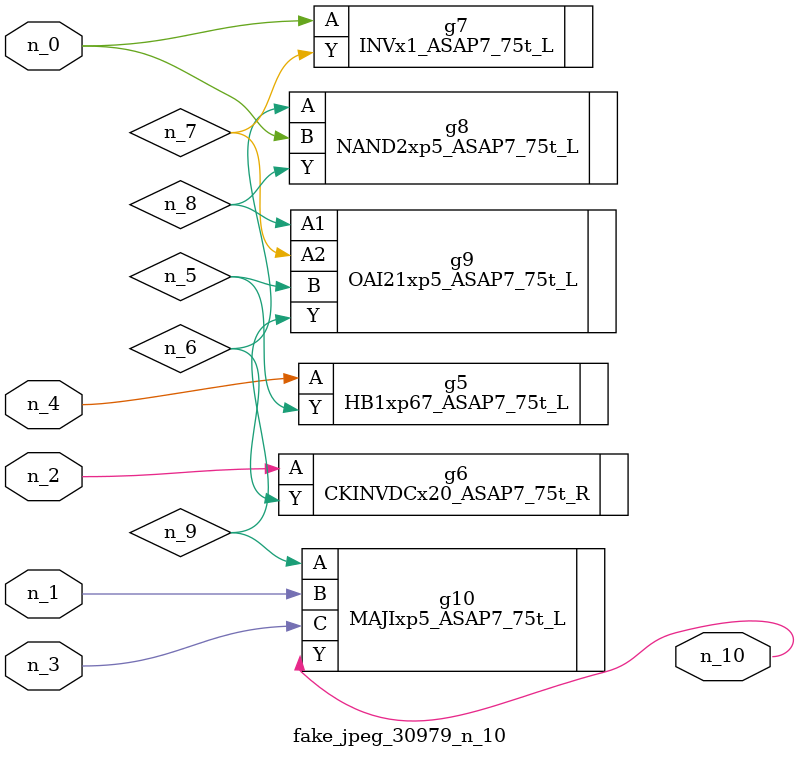
<source format=v>
module fake_jpeg_30979_n_10 (n_3, n_2, n_1, n_0, n_4, n_10);

input n_3;
input n_2;
input n_1;
input n_0;
input n_4;

output n_10;

wire n_8;
wire n_9;
wire n_6;
wire n_5;
wire n_7;

HB1xp67_ASAP7_75t_L g5 ( 
.A(n_4),
.Y(n_5)
);

CKINVDCx20_ASAP7_75t_R g6 ( 
.A(n_2),
.Y(n_6)
);

INVx1_ASAP7_75t_L g7 ( 
.A(n_0),
.Y(n_7)
);

NAND2xp5_ASAP7_75t_L g8 ( 
.A(n_6),
.B(n_0),
.Y(n_8)
);

OAI21xp5_ASAP7_75t_L g9 ( 
.A1(n_8),
.A2(n_7),
.B(n_5),
.Y(n_9)
);

MAJIxp5_ASAP7_75t_L g10 ( 
.A(n_9),
.B(n_1),
.C(n_3),
.Y(n_10)
);


endmodule
</source>
